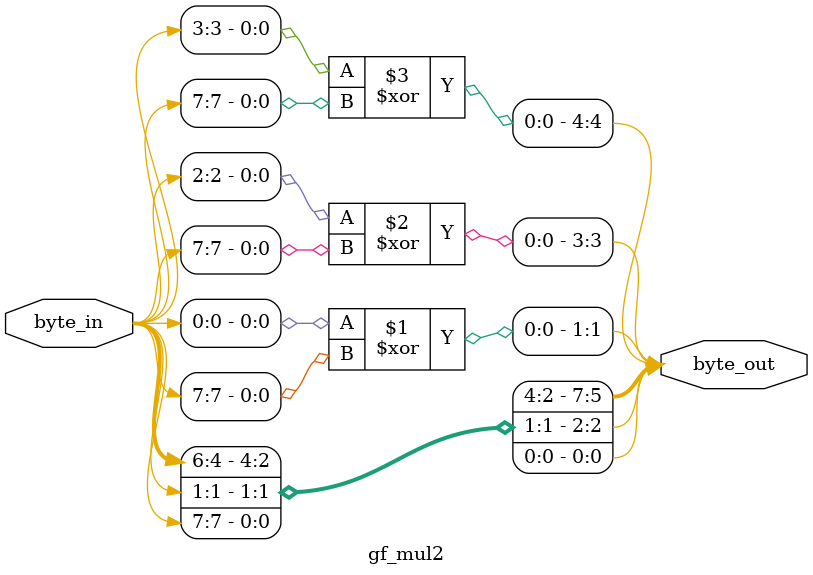
<source format=sv>

module gf_mul2
(
	input wire [7:0] byte_in,
	output wire [7:0] byte_out
);

	assign byte_out = {
				byte_in[6],
				byte_in[5], 
				byte_in[4], 
				byte_in[3] ^ byte_in[7], 
				byte_in[2] ^ byte_in[7], 
				byte_in[1], 
				byte_in[0] ^ byte_in[7], 
				byte_in[7]
			   };

endmodule 
</source>
